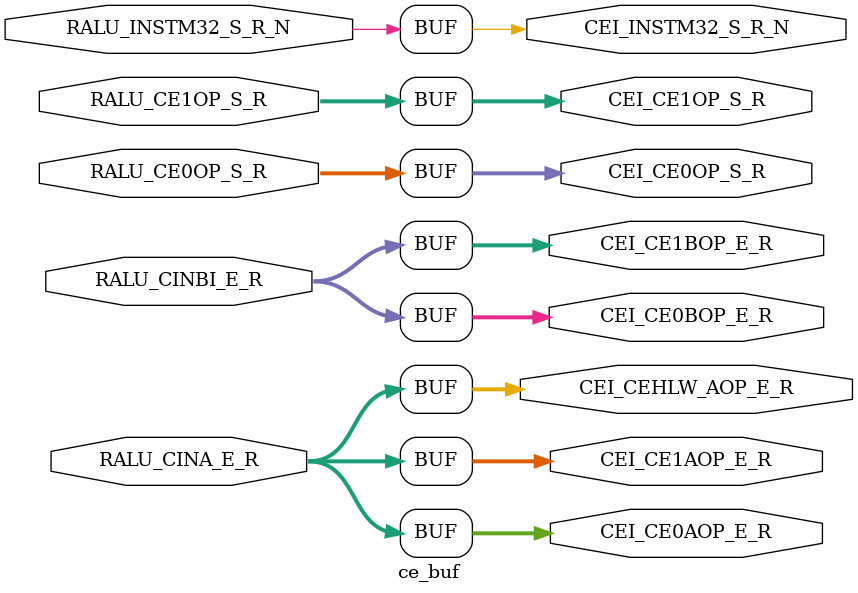
<source format=v>












































































































`include "lxr_symbols.vh"





module ce_buf
(


RALU_CINA_E_R,
RALU_CINBI_E_R,

RALU_CE0OP_S_R,
RALU_CE1OP_S_R,
RALU_INSTM32_S_R_N,

CEI_CE0AOP_E_R,
CEI_CE0BOP_E_R,
CEI_CE1AOP_E_R,
CEI_CE1BOP_E_R,
CEI_CEHLW_AOP_E_R,

CEI_CE0OP_S_R,
CEI_CE1OP_S_R,
CEI_INSTM32_S_R_N
);

input [31:0] RALU_CINA_E_R;
input [31:0] RALU_CINBI_E_R;

output [31:0] CEI_CE0AOP_E_R;
output [31:0] CEI_CE0BOP_E_R;

output [31:0] CEI_CE1AOP_E_R;
output [31:0] CEI_CE1BOP_E_R;

output [31:0] CEI_CEHLW_AOP_E_R;

input [11:0] RALU_CE1OP_S_R;
input [11:0] RALU_CE0OP_S_R;
input RALU_INSTM32_S_R_N;

output [11:0] CEI_CE1OP_S_R;
output [11:0] CEI_CE0OP_S_R;
output CEI_INSTM32_S_R_N;



assign CEI_CE0AOP_E_R = RALU_CINA_E_R;
assign CEI_CE1AOP_E_R = RALU_CINA_E_R;
assign CEI_CEHLW_AOP_E_R = RALU_CINA_E_R;

assign CEI_CE0BOP_E_R = RALU_CINBI_E_R;
assign CEI_CE1BOP_E_R = RALU_CINBI_E_R;

assign CEI_CE0OP_S_R = RALU_CE0OP_S_R;
assign CEI_CE1OP_S_R = RALU_CE1OP_S_R;
assign CEI_INSTM32_S_R_N = RALU_INSTM32_S_R_N;



endmodule

</source>
